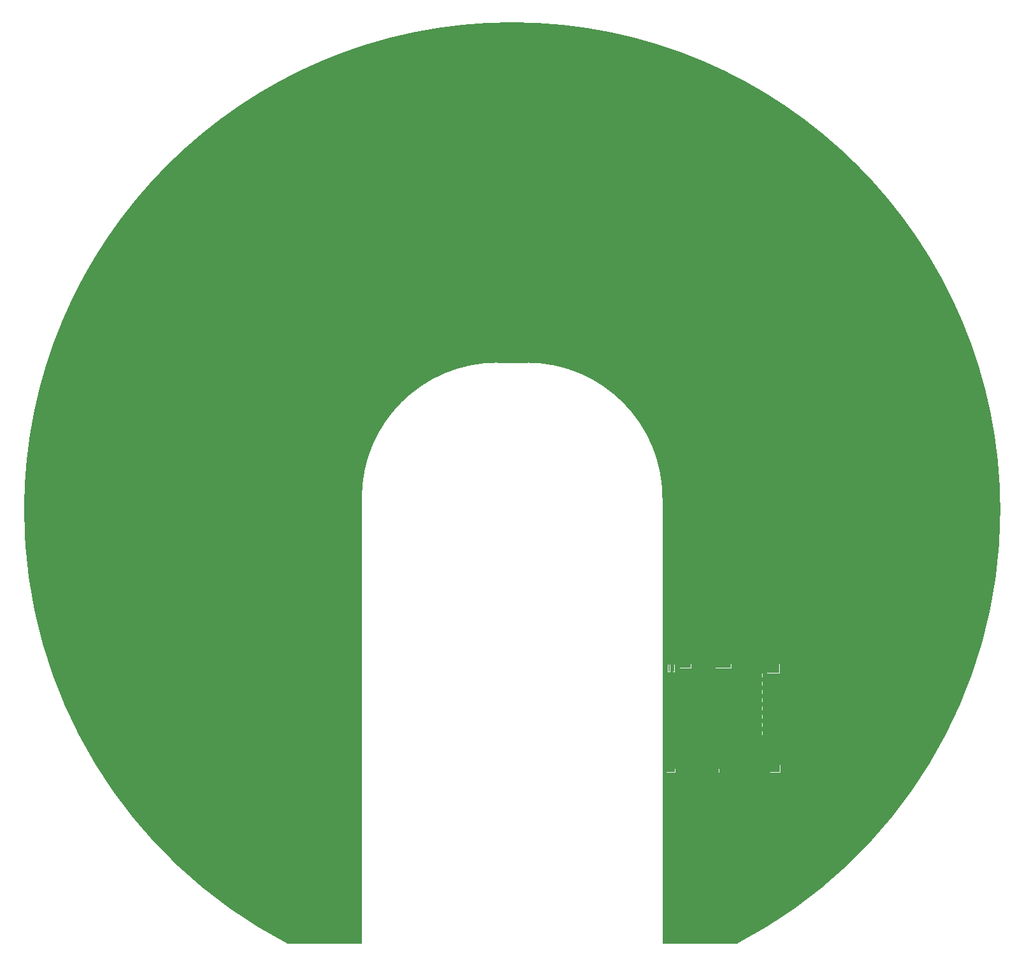
<source format=gbp>
G04 DesignSpark PCB Gerber Version 12.0 Build 5942*
%FSLAX35Y35*%
%MOMM*%
%ADD220R,0.25400X1.04140*%
%ADD17C,0.00001*%
%ADD224R,1.04840X0.49840*%
%ADD219R,1.19840X0.54840*%
%ADD223R,1.49840X0.54840*%
%ADD222R,2.03840X0.54840*%
%ADD225R,1.39840X1.05840*%
%ADD221R,1.69840X1.24840*%
X0Y0D02*
D02*
D17*
X39226240Y45353160D02*
G75*
G03*
X42721570Y39593110I6493710J-20D01*
G01*
X43713650D01*
Y45516760D01*
G75*
G02*
X45520000Y47323110I1806350J0D01*
G01*
X45917500D01*
G75*
G02*
X47723850Y45516760I0J-1806350D01*
G01*
Y45156810D01*
G75*
G02*
X47726350Y45151760I-3850J-5050D01*
G01*
Y39593110D01*
X48718430D01*
G75*
G03*
X52213720Y45353140I-2998470J5760040D01*
G01*
G75*
G03*
X45720000Y51846890I-6493720J0D01*
G01*
G75*
G03*
X39226240Y45353160I0J-6493730D01*
G01*
X47762000Y41922760D02*
X47892000D01*
Y41857760D01*
X47762000D01*
Y41922760D01*
X47786720Y43312510D02*
X47822280D01*
Y43198210D01*
X47786720D01*
Y43312510D01*
X47852720D02*
X47888280D01*
Y43198210D01*
X47852720D01*
Y43312510D01*
X47941000Y43312860D02*
X48101000D01*
Y43247860D01*
X47941000D01*
Y43312860D01*
X48362000Y41917760D02*
X48477000D01*
Y41857760D01*
X48362000D01*
Y41917760D01*
X48422000Y43312860D02*
X48636000D01*
Y43247860D01*
X48422000D01*
Y43312860D01*
X48922000Y42421260D02*
X49052000D01*
Y42356260D01*
X48922000D01*
Y42421260D01*
Y42531360D02*
X49052000D01*
Y42466360D01*
X48922000D01*
Y42531360D01*
Y42641360D02*
X49052000D01*
Y42576360D01*
X48922000D01*
Y42641360D01*
Y42751360D02*
X49052000D01*
Y42686360D01*
X48922000D01*
Y42751360D01*
Y42861360D02*
X49052000D01*
Y42796360D01*
X48922000D01*
Y42861360D01*
Y42971360D02*
X49052000D01*
Y42906360D01*
X48922000D01*
Y42971360D01*
Y43081360D02*
X49052000D01*
Y43016360D01*
X48922000D01*
Y43081360D01*
Y43191360D02*
X49052000D01*
Y43126360D01*
X48922000D01*
Y43191360D01*
X49102000Y43312760D02*
X49282000D01*
Y43177760D01*
X49102000D01*
Y43312760D01*
X49142000Y41973860D02*
X49292000D01*
Y41857860D01*
X49142000D01*
Y41973860D01*
X40226620Y41890260D02*
G36*
X40226620Y41890260D02*
G75*
G03*
X42721570Y39593110I5493380J3462930D01*
G01*
X43713650D01*
Y41890260D01*
X40226620D01*
G37*
X47726350D02*
G36*
X47726350Y41890260D02*
Y39593110D01*
X48718430D01*
G75*
G03*
X51213340Y41890260I-2998600J5760170D01*
G01*
X49292000D01*
Y41857860D01*
X49142000D01*
Y41890260D01*
X48477000D01*
Y41857760D01*
X48362000D01*
Y41890260D01*
X47892000D01*
Y41857760D01*
X47762000D01*
Y41890260D01*
X47726350D01*
G37*
X39942350Y42388760D02*
G36*
X39942350Y42388760D02*
G75*
G03*
X40226620Y41890260I5778660J2964980D01*
G01*
X43713650D01*
Y42388760D01*
X39942350D01*
G37*
X47726350D02*
G36*
X47726350Y42388760D02*
Y41890260D01*
X47762000D01*
Y41922760D01*
X47892000D01*
Y41890260D01*
X48362000D01*
Y41917760D01*
X48477000D01*
Y41890260D01*
X49142000D01*
Y41973860D01*
X49292000D01*
Y41890260D01*
X51213340D01*
G75*
G03*
X51497610Y42388760I-5494390J3463480D01*
G01*
X49052000D01*
Y42356260D01*
X48922000D01*
Y42388760D01*
X47726350D01*
G37*
X39887170Y42498860D02*
G36*
X39887170Y42498860D02*
G75*
G03*
X39942350Y42388760I5836130J2856080D01*
G01*
X43713650D01*
Y42498860D01*
X39887170D01*
G37*
X47726350D02*
G36*
X47726350Y42498860D02*
Y42388760D01*
X48922000D01*
Y42421260D01*
X49052000D01*
Y42388760D01*
X51497610D01*
G75*
G03*
X51552790Y42498860I-5780950J2966180D01*
G01*
X49052000D01*
Y42466360D01*
X48922000D01*
Y42498860D01*
X47726350D01*
G37*
X39834620Y42608860D02*
G36*
X39834620Y42608860D02*
G75*
G03*
X39887170Y42498860I5888930J2745750D01*
G01*
X43713650D01*
Y42608860D01*
X39834620D01*
G37*
X47726350D02*
G36*
X47726350Y42608860D02*
Y42498860D01*
X48922000D01*
Y42531360D01*
X49052000D01*
Y42498860D01*
X51552790D01*
G75*
G03*
X51605340Y42608860I-5836380J2855750D01*
G01*
X49052000D01*
Y42576360D01*
X48922000D01*
Y42608860D01*
X47726350D01*
G37*
X39784560Y42718860D02*
G36*
X39784560Y42718860D02*
G75*
G03*
X39834620Y42608860I5937180J2635570D01*
G01*
X43713650D01*
Y42718860D01*
X39784560D01*
G37*
X47726350D02*
G36*
X47726350Y42718860D02*
Y42608860D01*
X48922000D01*
Y42641360D01*
X49052000D01*
Y42608860D01*
X51605340D01*
G75*
G03*
X51655390Y42718860I-5887130J2745030D01*
G01*
X49052000D01*
Y42686360D01*
X48922000D01*
Y42718860D01*
X47726350D01*
G37*
X39736950Y42828860D02*
G36*
X39736950Y42828860D02*
G75*
G03*
X39784560Y42718860I5986300J2525680D01*
G01*
X43713650D01*
Y42828860D01*
X39736950D01*
G37*
X47726350D02*
G36*
X47726350Y42828860D02*
Y42718860D01*
X48922000D01*
Y42751360D01*
X49052000D01*
Y42718860D01*
X51655390D01*
G75*
G03*
X51703000Y42828860I-5938690J2635680D01*
G01*
X49052000D01*
Y42796360D01*
X48922000D01*
Y42828860D01*
X47726350D01*
G37*
X39691730Y42938860D02*
G36*
X39691730Y42938860D02*
G75*
G03*
X39736950Y42828860I6030580J2414820D01*
G01*
X43713650D01*
Y42938860D01*
X39691730D01*
G37*
X47726350D02*
G36*
X47726350Y42938860D02*
Y42828860D01*
X48922000D01*
Y42861360D01*
X49052000D01*
Y42828860D01*
X51703000D01*
G75*
G03*
X51748230Y42938860I-5985350J2525370D01*
G01*
X49052000D01*
Y42906360D01*
X48922000D01*
Y42938860D01*
X47726350D01*
G37*
X39648830Y43048860D02*
G36*
X39648830Y43048860D02*
G75*
G03*
X39691730Y42938860I6075590J2306120D01*
G01*
X43713650D01*
Y43048860D01*
X39648830D01*
G37*
X47726350D02*
G36*
X47726350Y43048860D02*
Y42938860D01*
X48922000D01*
Y42971360D01*
X49052000D01*
Y42938860D01*
X51748230D01*
G75*
G03*
X51791130Y43048860I-6032690J2416120D01*
G01*
X49052000D01*
Y43016360D01*
X48922000D01*
Y43048860D01*
X47726350D01*
G37*
X39608210Y43158860D02*
G36*
X39608210Y43158860D02*
G75*
G03*
X39648830Y43048860I6115440J2195770D01*
G01*
X43713650D01*
Y43158860D01*
X39608210D01*
G37*
X47726350D02*
G36*
X47726350Y43158860D02*
Y43048860D01*
X48922000D01*
Y43081360D01*
X49052000D01*
Y43048860D01*
X51791130D01*
G75*
G03*
X51831750Y43158860I-6074820J2305770D01*
G01*
X49052000D01*
Y43126360D01*
X48922000D01*
Y43158860D01*
X47726350D01*
G37*
X39574420Y43255360D02*
G36*
X39574420Y43255360D02*
G75*
G03*
X39608210Y43158860I6146530J2098070D01*
G01*
X43713650D01*
Y43255360D01*
X39574420D01*
G37*
X47726350D02*
G36*
X47726350Y43255360D02*
Y43158860D01*
X48922000D01*
Y43191360D01*
X49052000D01*
Y43158860D01*
X51831750D01*
G75*
G03*
X51865540Y43255360I-6112740J2194570D01*
G01*
X49282000D01*
Y43177760D01*
X49102000D01*
Y43255360D01*
X48636000D01*
Y43247860D01*
X48422000D01*
Y43255360D01*
X48101000D01*
Y43247860D01*
X47941000D01*
Y43255360D01*
X47888280D01*
Y43198210D01*
X47852720D01*
Y43255360D01*
X47822280D01*
Y43198210D01*
X47786720D01*
Y43255360D01*
X47726350D01*
G37*
X39226240Y45353160D02*
G36*
X39226240Y45353160D02*
Y45353140D01*
G75*
G03*
X39574420Y43255360I6493830J30D01*
G01*
X43713650D01*
Y45516760D01*
G75*
G02*
X45520000Y47323110I1806350J0D01*
G01*
X45917500D01*
G75*
G02*
X47723850Y45516760I0J-1806350D01*
G01*
Y45156810D01*
G75*
G02*
X47726350Y45151760I-3850J-5050D01*
G01*
Y43255360D01*
X47786720D01*
Y43312510D01*
X47822280D01*
Y43255360D01*
X47852720D01*
Y43312510D01*
X47888280D01*
Y43255360D01*
X47941000D01*
Y43312860D01*
X48101000D01*
Y43255360D01*
X48422000D01*
Y43312860D01*
X48636000D01*
Y43255360D01*
X49102000D01*
Y43312760D01*
X49282000D01*
Y43255360D01*
X51865540D01*
G75*
G03*
X52213720Y45353140I-6145650J2097810D01*
G01*
G75*
G03*
X45720000Y51846890I-6493790J-40D01*
G01*
G75*
G03*
X39226240Y45353160I40J-6493800D01*
G01*
G37*
D02*
D219*
X47827000Y41890260D03*
X48987000Y42388760D03*
Y42498860D03*
Y42608860D03*
Y42718860D03*
Y42828860D03*
Y42938860D03*
Y43048860D03*
Y43158860D03*
D02*
D220*
X47804500Y43255360D03*
X47870500D03*
D02*
D221*
X49192000Y43245260D03*
D02*
D222*
X48529000Y43280360D03*
D02*
D223*
X48021000D03*
D02*
D224*
X48419500Y41887760D03*
D02*
D225*
X49217000Y41915860D03*
X0Y0D02*
M02*

</source>
